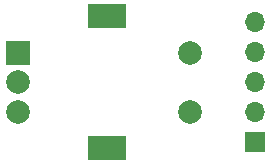
<source format=gbr>
%TF.GenerationSoftware,KiCad,Pcbnew,7.0.6*%
%TF.CreationDate,2023-09-12T23:14:46-07:00*%
%TF.ProjectId,Rotary Encoder Board,526f7461-7279-4204-956e-636f64657220,rev?*%
%TF.SameCoordinates,Original*%
%TF.FileFunction,Soldermask,Top*%
%TF.FilePolarity,Negative*%
%FSLAX46Y46*%
G04 Gerber Fmt 4.6, Leading zero omitted, Abs format (unit mm)*
G04 Created by KiCad (PCBNEW 7.0.6) date 2023-09-12 23:14:46*
%MOMM*%
%LPD*%
G01*
G04 APERTURE LIST*
%ADD10R,2.000000X2.000000*%
%ADD11C,2.000000*%
%ADD12R,3.200000X2.000000*%
%ADD13R,1.700000X1.700000*%
%ADD14O,1.700000X1.700000*%
G04 APERTURE END LIST*
D10*
%TO.C,SW1*%
X132089000Y-84507000D03*
D11*
X132089000Y-89507000D03*
X132089000Y-87007000D03*
D12*
X139589000Y-81407000D03*
X139589000Y-92607000D03*
D11*
X146589000Y-89507000D03*
X146589000Y-84507000D03*
%TD*%
D13*
%TO.C,J1*%
X152151190Y-92110000D03*
D14*
X152151190Y-89570000D03*
X152151190Y-87030000D03*
X152151190Y-84490000D03*
X152151190Y-81950000D03*
%TD*%
M02*

</source>
